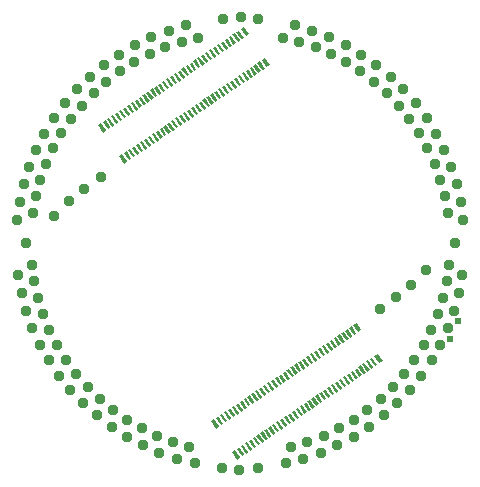
<source format=gts>
%FSTAX23Y23*%
%MOIN*%
%SFA1B1*%

%IPPOS*%
%ADD16C,0.023900*%
%ADD17C,0.037500*%
%LNaltium_eib_128_panel-1*%
%LPD*%
G36*
X01816Y01122D02*
X01805Y01115D01*
X01789Y01139*
X018Y01147*
X01816Y01122*
G37*
G36*
X01799Y01111D02*
X01791Y01106D01*
X01775Y0113*
X01783Y01135*
X01799Y01111*
G37*
G36*
X01786Y01102D02*
X01778Y01097D01*
X01762Y01121*
X0177Y01126*
X01786Y01102*
G37*
G36*
X01773Y01093D02*
X01765Y01088D01*
X01749Y01112*
X01757Y01117*
X01773Y01093*
G37*
G36*
X0176Y01084D02*
X01752Y01079D01*
X01736Y01103*
X01743Y01109*
X0176Y01084*
G37*
G36*
X01747Y01075D02*
X01739Y0107D01*
X01723Y01095*
X0173Y011*
X01747Y01075*
G37*
G36*
X01734Y01067D02*
X01726Y01062D01*
X0171Y01086*
X01717Y01091*
X01734Y01067*
G37*
G36*
X01721Y01058D02*
X01713Y01053D01*
X01697Y01077*
X01704Y01082*
X01721Y01058*
G37*
G36*
X01708Y01049D02*
X017Y01044D01*
X01684Y01068*
X01691Y01073*
X01708Y01049*
G37*
G36*
X01694Y0104D02*
X01687Y01035D01*
X01671Y01059*
X01678Y01065*
X01694Y0104*
G37*
G36*
X01681Y01031D02*
X01674Y01026D01*
X01658Y01051*
X01665Y01056*
X01681Y01031*
G37*
G36*
X01668Y01023D02*
X01661Y01017D01*
X01645Y01042*
X01652Y01047*
X01668Y01023*
G37*
G36*
X01888Y0102D02*
X01875Y01012D01*
X01859Y01036*
X01872Y01044*
X01888Y0102*
G37*
G36*
X01655Y01014D02*
X01648Y01009D01*
X01632Y01033*
X01639Y01038*
X01655Y01014*
G37*
G36*
X01869Y01007D02*
X01861Y01002D01*
X01845Y01026*
X01852Y01031*
X01869Y01007*
G37*
G36*
X01642Y01005D02*
X01635Y01D01*
X01618Y01024*
X01626Y01029*
X01642Y01005*
G37*
G36*
X01856Y00998D02*
X01848Y00993D01*
X01832Y01018*
X01839Y01023*
X01856Y00998*
G37*
G36*
X01629Y00996D02*
X01622Y00991D01*
X01605Y01015*
X01613Y0102*
X01629Y00996*
G37*
G36*
X01843Y0099D02*
X01835Y00984D01*
X01819Y01009*
X01826Y01014*
X01843Y0099*
G37*
G36*
X01616Y00987D02*
X01609Y00982D01*
X01592Y01007*
X016Y01012*
X01616Y00987*
G37*
G36*
X0183Y00981D02*
X01822Y00976D01*
X01806Y01*
X01813Y01005*
X0183Y00981*
G37*
G36*
X01603Y00979D02*
X01596Y00973D01*
X01579Y00998*
X01587Y01003*
X01603Y00979*
G37*
G36*
X01817Y00972D02*
X01809Y00967D01*
X01793Y00991*
X018Y00996*
X01817Y00972*
G37*
G36*
X0159Y0097D02*
X01583Y00965D01*
X01566Y00989*
X01574Y00994*
X0159Y0097*
G37*
G36*
X01803Y00963D02*
X01796Y00958D01*
X0178Y00982*
X01787Y00987*
X01803Y00963*
G37*
G36*
X01577Y00961D02*
X01569Y00956D01*
X01553Y0098*
X01561Y00985*
X01577Y00961*
G37*
G36*
X0179Y00954D02*
X01783Y00949D01*
X01767Y00974*
X01774Y00979*
X0179Y00954*
G37*
G36*
X01564Y00952D02*
X01556Y00947D01*
X0154Y00971*
X01548Y00976*
X01564Y00952*
G37*
G36*
X01777Y00946D02*
X0177Y0094D01*
X01754Y00965*
X01761Y0097*
X01777Y00946*
G37*
G36*
X01551Y00943D02*
X01543Y00938D01*
X01527Y00963*
X01535Y00968*
X01551Y00943*
G37*
G36*
X01764Y00937D02*
X01757Y00932D01*
X0174Y00956*
X01748Y00961*
X01764Y00937*
G37*
G36*
X01538Y00935D02*
X0153Y00929D01*
X01514Y00954*
X01522Y00959*
X01538Y00935*
G37*
G36*
X01751Y00928D02*
X01744Y00923D01*
X01727Y00947*
X01735Y00952*
X01751Y00928*
G37*
G36*
X01525Y00926D02*
X01517Y00921D01*
X01501Y00945*
X01508Y0095*
X01525Y00926*
G37*
G36*
X01738Y00919D02*
X01731Y00914D01*
X01714Y00938*
X01722Y00943*
X01738Y00919*
G37*
G36*
X01512Y00917D02*
X01504Y00912D01*
X01488Y00936*
X01495Y00941*
X01512Y00917*
G37*
G36*
X01725Y0091D02*
X01718Y00905D01*
X01701Y0093*
X01709Y00935*
X01725Y0091*
G37*
G36*
X01499Y00908D02*
X01491Y00903D01*
X01475Y00927*
X01482Y00932*
X01499Y00908*
G37*
G36*
X01712Y00902D02*
X01705Y00896D01*
X01688Y00921*
X01696Y00926*
X01712Y00902*
G37*
G36*
X01486Y00899D02*
X01478Y00894D01*
X01462Y00919*
X01469Y00924*
X01486Y00899*
G37*
G36*
X01699Y00893D02*
X01692Y00888D01*
X01675Y00912*
X01683Y00917*
X01699Y00893*
G37*
G36*
X01473Y00891D02*
X01465Y00885D01*
X01449Y0091*
X01456Y00915*
X01473Y00891*
G37*
G36*
X01686Y00884D02*
X01678Y00879D01*
X01662Y00903*
X0167Y00908*
X01686Y00884*
G37*
G36*
X01459Y00882D02*
X01452Y00877D01*
X01436Y00901*
X01443Y00906*
X01459Y00882*
G37*
G36*
X01673Y00875D02*
X01665Y0087D01*
X01649Y00894*
X01657Y00899*
X01673Y00875*
G37*
G36*
X01446Y00873D02*
X01439Y00868D01*
X01423Y00892*
X0143Y00897*
X01446Y00873*
G37*
G36*
X0166Y00866D02*
X01652Y00861D01*
X01636Y00885*
X01644Y00891*
X0166Y00866*
G37*
G36*
X01433Y00864D02*
X01426Y00859D01*
X0141Y00883*
X01417Y00888*
X01433Y00864*
G37*
G36*
X01647Y00857D02*
X01639Y00852D01*
X01623Y00877*
X0163Y00882*
X01647Y00857*
G37*
G36*
X0142Y00855D02*
X01413Y0085D01*
X01397Y00874*
X01404Y0088*
X0142Y00855*
G37*
G36*
X01634Y00849D02*
X01626Y00844D01*
X0161Y00868*
X01617Y00873*
X01634Y00849*
G37*
G36*
X01407Y00846D02*
X014Y00841D01*
X01383Y00866*
X01391Y00871*
X01407Y00846*
G37*
G36*
X01621Y0084D02*
X01613Y00835D01*
X01597Y00859*
X01604Y00864*
X01621Y0084*
G37*
G36*
X01394Y00838D02*
X01387Y00833D01*
X0137Y00857*
X01378Y00862*
X01394Y00838*
G37*
G36*
X01608Y00831D02*
X016Y00826D01*
X01584Y0085*
X01591Y00855*
X01608Y00831*
G37*
G36*
X01381Y00829D02*
X01374Y00824D01*
X01357Y00848*
X01365Y00853*
X01381Y00829*
G37*
G36*
X01595Y00822D02*
X01587Y00817D01*
X01571Y00841*
X01578Y00847*
X01595Y00822*
G37*
G36*
X01368Y0082D02*
X01361Y00815D01*
X01344Y00839*
X01352Y00844*
X01368Y0082*
G37*
G36*
X01582Y00813D02*
X01574Y00808D01*
X01558Y00833*
X01565Y00838*
X01582Y00813*
G37*
G36*
X01355Y00811D02*
X01348Y00806D01*
X01331Y0083*
X01339Y00836*
X01355Y00811*
G37*
G36*
X01568Y00805D02*
X01561Y008D01*
X01545Y00824*
X01552Y00829*
X01568Y00805*
G37*
G36*
X01341Y00802D02*
X0133Y00794D01*
X01314Y00819*
X01325Y00826*
X01341Y00802*
G37*
G36*
X01555Y00796D02*
X01548Y00791D01*
X01532Y00815*
X01539Y0082*
X01555Y00796*
G37*
G36*
X01542Y00787D02*
X01535Y00782D01*
X01519Y00806*
X01526Y00811*
X01542Y00787*
G37*
G36*
X01529Y00778D02*
X01522Y00773D01*
X01505Y00797*
X01513Y00803*
X01529Y00778*
G37*
G36*
X01516Y00769D02*
X01509Y00764D01*
X01492Y00789*
X015Y00794*
X01516Y00769*
G37*
G36*
X01503Y00761D02*
X01496Y00756D01*
X01479Y0078*
X01487Y00785*
X01503Y00761*
G37*
G36*
X0149Y00752D02*
X01483Y00747D01*
X01466Y00771*
X01474Y00776*
X0149Y00752*
G37*
G36*
X01477Y00743D02*
X0147Y00738D01*
X01453Y00762*
X01461Y00767*
X01477Y00743*
G37*
G36*
X01464Y00734D02*
X01457Y00729D01*
X0144Y00753*
X01448Y00759*
X01464Y00734*
G37*
G36*
X01451Y00725D02*
X01443Y0072D01*
X01427Y00745*
X01435Y0075*
X01451Y00725*
G37*
G36*
X01438Y00717D02*
X0143Y00711D01*
X01414Y00736*
X01422Y00741*
X01438Y00717*
G37*
G36*
X01425Y00708D02*
X01417Y00703D01*
X01401Y00727*
X01409Y00732*
X01425Y00708*
G37*
G36*
X01411Y00698D02*
X014Y00691D01*
X01384Y00715*
X01394Y00723*
X01411Y00698*
G37*
G36*
X01442Y0211D02*
X0143Y02102D01*
X01413Y02126*
X01426Y02134*
X01442Y0211*
G37*
G36*
X01423Y02097D02*
X01416Y02092D01*
X01399Y02116*
X01407Y02121*
X01423Y02097*
G37*
G36*
X0141Y02088D02*
X01403Y02083D01*
X01386Y02108*
X01394Y02113*
X0141Y02088*
G37*
G36*
X01397Y0208D02*
X01389Y02074D01*
X01373Y02099*
X01381Y02104*
X01397Y0208*
G37*
G36*
X01384Y02071D02*
X01376Y02066D01*
X0136Y0209*
X01368Y02095*
X01384Y02071*
G37*
G36*
X01371Y02062D02*
X01363Y02057D01*
X01347Y02081*
X01355Y02086*
X01371Y02062*
G37*
G36*
X01358Y02053D02*
X0135Y02048D01*
X01334Y02072*
X01341Y02077*
X01358Y02053*
G37*
G36*
X01345Y02044D02*
X01337Y02039D01*
X01321Y02063*
X01328Y02069*
X01345Y02044*
G37*
G36*
X01332Y02035D02*
X01324Y0203D01*
X01308Y02055*
X01315Y0206*
X01332Y02035*
G37*
G36*
X01319Y02027D02*
X01311Y02022D01*
X01295Y02046*
X01302Y02051*
X01319Y02027*
G37*
G36*
X01306Y02018D02*
X01298Y02013D01*
X01282Y02037*
X01289Y02042*
X01306Y02018*
G37*
G36*
X01293Y02009D02*
X01285Y02004D01*
X01269Y02028*
X01276Y02033*
X01293Y02009*
G37*
G36*
X0151Y02005D02*
X01499Y01998D01*
X01483Y02022*
X01494Y0203*
X0151Y02005*
G37*
G36*
X01279Y02D02*
X01272Y01995D01*
X01256Y02019*
X01263Y02025*
X01279Y02*
G37*
G36*
X01493Y01994D02*
X01485Y01989D01*
X01469Y02013*
X01477Y02018*
X01493Y01994*
G37*
G36*
X01266Y01991D02*
X01259Y01986D01*
X01243Y02011*
X0125Y02016*
X01266Y01991*
G37*
G36*
X0148Y01985D02*
X01472Y0198D01*
X01456Y02004*
X01463Y02009*
X0148Y01985*
G37*
G36*
X01253Y01983D02*
X01246Y01978D01*
X0123Y02002*
X01237Y02007*
X01253Y01983*
G37*
G36*
X01467Y01976D02*
X01459Y01971D01*
X01443Y01995*
X0145Y02*
X01467Y01976*
G37*
G36*
X0124Y01974D02*
X01233Y01969D01*
X01216Y01993*
X01224Y01998*
X0124Y01974*
G37*
G36*
X01454Y01967D02*
X01446Y01962D01*
X0143Y01986*
X01437Y01992*
X01454Y01967*
G37*
G36*
X01227Y01965D02*
X0122Y0196D01*
X01203Y01984*
X01211Y01989*
X01227Y01965*
G37*
G36*
X01441Y01958D02*
X01433Y01953D01*
X01417Y01978*
X01424Y01983*
X01441Y01958*
G37*
G36*
X01214Y01956D02*
X01207Y01951D01*
X0119Y01975*
X01198Y01981*
X01214Y01956*
G37*
G36*
X01428Y0195D02*
X0142Y01945D01*
X01404Y01969*
X01411Y01974*
X01428Y0195*
G37*
G36*
X01201Y01947D02*
X01194Y01942D01*
X01177Y01967*
X01185Y01972*
X01201Y01947*
G37*
G36*
X01415Y01941D02*
X01407Y01936D01*
X01391Y0196*
X01398Y01965*
X01415Y01941*
G37*
G36*
X01188Y01939D02*
X01181Y01934D01*
X01164Y01958*
X01172Y01963*
X01188Y01939*
G37*
G36*
X01401Y01932D02*
X01394Y01927D01*
X01378Y01951*
X01385Y01956*
X01401Y01932*
G37*
G36*
X01175Y0193D02*
X01168Y01925D01*
X01151Y01949*
X01159Y01954*
X01175Y0193*
G37*
G36*
X01388Y01923D02*
X01381Y01918D01*
X01365Y01942*
X01372Y01947*
X01388Y01923*
G37*
G36*
X01162Y01921D02*
X01154Y01916D01*
X01138Y0194*
X01146Y01945*
X01162Y01921*
G37*
G36*
X01375Y01914D02*
X01368Y01909D01*
X01352Y01934*
X01359Y01939*
X01375Y01914*
G37*
G36*
X01149Y01912D02*
X01141Y01907D01*
X01125Y01931*
X01133Y01936*
X01149Y01912*
G37*
G36*
X01362Y01906D02*
X01355Y019D01*
X01338Y01925*
X01346Y0193*
X01362Y01906*
G37*
G36*
X01136Y01903D02*
X01128Y01898D01*
X01112Y01923*
X0112Y01928*
X01136Y01903*
G37*
G36*
X01349Y01897D02*
X01342Y01892D01*
X01325Y01916*
X01333Y01921*
X01349Y01897*
G37*
G36*
X01123Y01895D02*
X01115Y01889D01*
X01099Y01914*
X01106Y01919*
X01123Y01895*
G37*
G36*
X01336Y01888D02*
X01329Y01883D01*
X01312Y01907*
X0132Y01912*
X01336Y01888*
G37*
G36*
X0111Y01886D02*
X01102Y01881D01*
X01086Y01905*
X01093Y0191*
X0111Y01886*
G37*
G36*
X01323Y01879D02*
X01316Y01874D01*
X01299Y01898*
X01307Y01903*
X01323Y01879*
G37*
G36*
X01097Y01877D02*
X01089Y01872D01*
X01073Y01896*
X0108Y01901*
X01097Y01877*
G37*
G36*
X0131Y0187D02*
X01303Y01865D01*
X01286Y0189*
X01294Y01895*
X0131Y0187*
G37*
G36*
X01084Y01868D02*
X01076Y01863D01*
X0106Y01887*
X01067Y01892*
X01084Y01868*
G37*
G36*
X01297Y01862D02*
X0129Y01856D01*
X01273Y01881*
X01281Y01886*
X01297Y01862*
G37*
G36*
X01071Y01859D02*
X01063Y01854D01*
X01047Y01879*
X01054Y01884*
X01071Y01859*
G37*
G36*
X01284Y01853D02*
X01276Y01848D01*
X0126Y01872*
X01268Y01877*
X01284Y01853*
G37*
G36*
X01058Y01851D02*
X0105Y01845D01*
X01034Y0187*
X01041Y01875*
X01058Y01851*
G37*
G36*
X01271Y01844D02*
X01263Y01839D01*
X01247Y01863*
X01255Y01868*
X01271Y01844*
G37*
G36*
X01044Y01842D02*
X01037Y01837D01*
X01021Y01861*
X01028Y01866*
X01044Y01842*
G37*
G36*
X01258Y01835D02*
X0125Y0183D01*
X01234Y01854*
X01242Y01859*
X01258Y01835*
G37*
G36*
X01031Y01833D02*
X01024Y01828D01*
X01008Y01852*
X01015Y01857*
X01031Y01833*
G37*
G36*
X01245Y01826D02*
X01237Y01821D01*
X01221Y01846*
X01228Y01851*
X01245Y01826*
G37*
G36*
X01018Y01824D02*
X01011Y01819D01*
X00995Y01843*
X01002Y01848*
X01018Y01824*
G37*
G36*
X01232Y01818D02*
X01224Y01812D01*
X01208Y01837*
X01215Y01842*
X01232Y01818*
G37*
G36*
X01005Y01815D02*
X00998Y0181D01*
X00981Y01835*
X00989Y0184*
X01005Y01815*
G37*
G36*
X01219Y01809D02*
X01211Y01804D01*
X01195Y01828*
X01202Y01833*
X01219Y01809*
G37*
G36*
X00992Y01807D02*
X00985Y01801D01*
X00968Y01826*
X00976Y01831*
X00992Y01807*
G37*
G36*
X01206Y018D02*
X01198Y01795D01*
X01182Y01819*
X01189Y01824*
X01206Y018*
G37*
G36*
X00979Y01798D02*
X00972Y01793D01*
X00955Y01817*
X00963Y01822*
X00979Y01798*
G37*
G36*
X01193Y01791D02*
X01185Y01786D01*
X01169Y0181*
X01176Y01815*
X01193Y01791*
G37*
G36*
X00965Y01788D02*
X00954Y01781D01*
X00938Y01805*
X00949Y01812*
X00965Y01788*
G37*
G36*
X0118Y01782D02*
X01172Y01777D01*
X01156Y01801*
X01163Y01807*
X0118Y01782*
G37*
G36*
X01166Y01773D02*
X01159Y01768D01*
X01143Y01793*
X0115Y01798*
X01166Y01773*
G37*
G36*
X01153Y01765D02*
X01146Y0176D01*
X0113Y01784*
X01137Y01789*
X01153Y01765*
G37*
G36*
X0114Y01756D02*
X01133Y01751D01*
X01117Y01775*
X01124Y0178*
X0114Y01756*
G37*
G36*
X01127Y01747D02*
X0112Y01742D01*
X01103Y01766*
X01111Y01771*
X01127Y01747*
G37*
G36*
X01114Y01738D02*
X01107Y01733D01*
X0109Y01757*
X01098Y01763*
X01114Y01738*
G37*
G36*
X01101Y01729D02*
X01094Y01724D01*
X01077Y01749*
X01085Y01754*
X01101Y01729*
G37*
G36*
X01088Y01721D02*
X01081Y01716D01*
X01064Y0174*
X01072Y01745*
X01088Y01721*
G37*
G36*
X01075Y01712D02*
X01068Y01707D01*
X01051Y01731*
X01059Y01736*
X01075Y01712*
G37*
G36*
X01062Y01703D02*
X01055Y01698D01*
X01038Y01722*
X01046Y01727*
X01062Y01703*
G37*
G36*
X01049Y01694D02*
X01041Y01689D01*
X01025Y01713*
X01033Y01719*
X01049Y01694*
G37*
G36*
X01035Y01685D02*
X01024Y01677D01*
X01008Y01702*
X01019Y01709*
X01035Y01685*
G37*
G54D16*
X02112Y01092D03*
X02137Y01152D03*
G54D17*
X02032Y01322D03*
X01982Y01272D03*
X01932Y01232D03*
X01877Y01192D03*
X01088Y00738D03*
X00889Y00878D03*
X00947Y01632D03*
X00677Y01548D03*
X00792Y01502D03*
X00842Y01552D03*
X00892Y01592D03*
X00759Y01777D03*
X01008Y02041D03*
X01472Y02161D03*
X01415Y02167D03*
X01353Y0216D03*
X01231Y02138D03*
X01271Y02097D03*
X01217Y02083D03*
X01174Y02121D03*
X01115Y02098D03*
X01161Y02065D03*
X0111Y02042D03*
X01061Y02073D03*
X01059Y02015D03*
X01012Y01985D03*
X00959Y02007D03*
X0091Y01967D03*
X00965Y0195D03*
X00924Y01912D03*
X00868Y01925D03*
X00827Y01878D03*
X00883Y01869D03*
X00848Y01826D03*
X00792Y0183D03*
X00816Y01778D03*
X00789Y01729D03*
X00732Y01724D03*
X00708Y01665D03*
X00765Y01676D03*
X00746Y01623D03*
X0069Y01609D03*
X0073Y01568D03*
X0072Y01513D03*
X00668Y01489D03*
X00697Y01412D03*
X00699Y01187D03*
X00672Y01305D03*
X00717Y01341D03*
X00724Y01286D03*
X00683Y01247D03*
X00737Y01229D03*
X00754Y01176D03*
X00719Y01131D03*
X00745Y01073D03*
X00776Y01122D03*
X00801Y01072D03*
X00774Y01022D03*
X00809Y00969D03*
X00832Y01022D03*
X00865Y00977D03*
X00846Y00923D03*
X00903Y00933D03*
X00943Y00894D03*
X00933Y00838D03*
X00983Y00799D03*
X00988Y00856D03*
X01034Y00824D03*
X01033Y00767D03*
X01083Y00795D03*
X01134Y00771D03*
X01142Y00714D03*
X01202Y00694D03*
X01188Y0075D03*
X01242Y00734D03*
X0126Y0068D03*
X01352Y00663D03*
X01409Y00657D03*
X01472Y00663D03*
X01564Y0068D03*
X01622Y00694D03*
X01582Y00734D03*
X01636Y0075D03*
X01682Y00714D03*
X01736Y00738D03*
X01691Y00771D03*
X01741Y00795D03*
X01791Y00767D03*
X01841Y00799D03*
X01791Y00824D03*
X01836Y00856D03*
X01891Y00838D03*
X01935Y00878D03*
X01881Y00894D03*
X01921Y00933D03*
X01978Y00923D03*
X02015Y00969D03*
X01959Y00977D03*
X01992Y01022D03*
X0205Y01022D03*
X02079Y01073D03*
X02023Y01072D03*
X02048Y01122D03*
X02105Y01131D03*
X02125Y01187D03*
X0207Y01176D03*
X02087Y01229D03*
X02141Y01247D03*
X02152Y01305D03*
X021Y01286D03*
X02108Y01341D03*
X02127Y01412D03*
X02156Y01489D03*
X02148Y01548D03*
X02104Y01513D03*
X02094Y01568D03*
X02134Y01609D03*
X02116Y01665D03*
X02079Y01623D03*
X0206Y01676D03*
X02092Y01724D03*
X02065Y01777D03*
X02035Y01729D03*
X02008Y01778D03*
X02033Y0183D03*
X01998Y01878D03*
X01976Y01826D03*
X01941Y01869D03*
X01956Y01925D03*
X01914Y01967D03*
X01901Y01912D03*
X01859Y0195D03*
X01865Y02007D03*
X01816Y02041D03*
X01812Y01985D03*
X01765Y02015D03*
X01763Y02073D03*
X01709Y02098D03*
X01714Y02042D03*
X01663Y02065D03*
X0165Y02121D03*
X01553Y02097D03*
X01607Y02083D03*
X01593Y02138D03*
M02*
</source>
